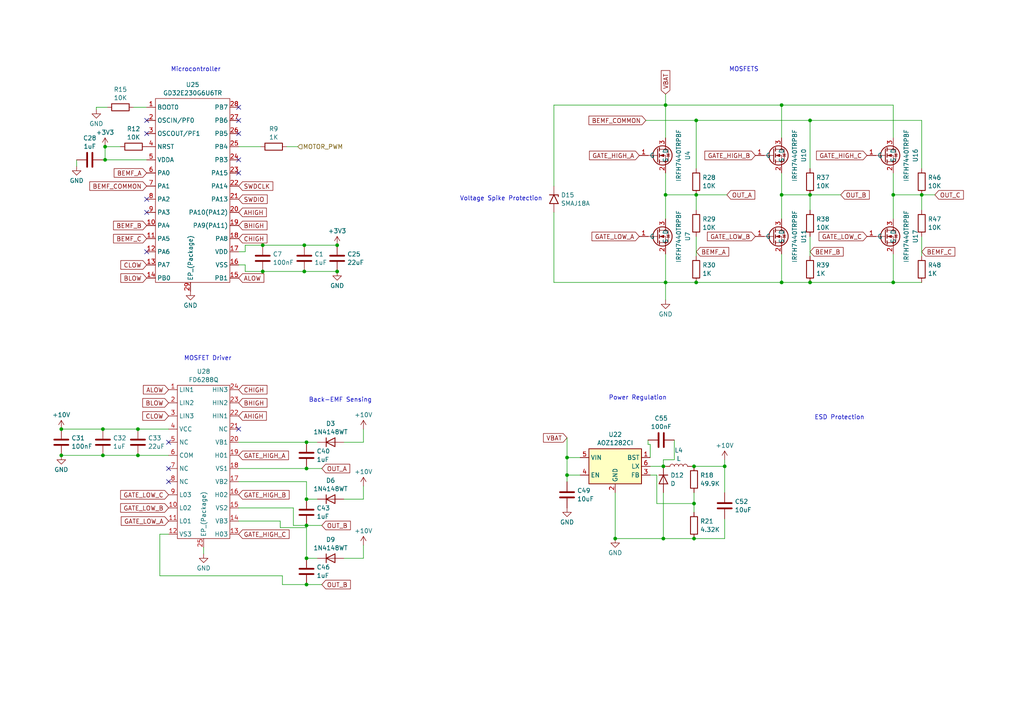
<source format=kicad_sch>
(kicad_sch (version 20230121) (generator eeschema)
  (paper "A4")
  (lib_symbols
    (symbol "Device:C" (pin_numbers hide) (pin_names (offset 0.254))
      (property "Reference" "C" (at 0.635 2.54 0))
      (property "Value" "C" (at 0.635 -2.54 0))
      (symbol "C_0_1"
        (polyline (pts (xy -2.032 -0.762) (xy 2.032 -0.762)) (stroke (width 0.508)))
        (polyline (pts (xy -2.032 0.762) (xy 2.032 0.762)) (stroke (width 0.508)))
      )
      (symbol "C_1_1"
        (pin passive line (at 0 3.81 270) (length 2.794) (name "~") (number "1"))
        (pin passive line (at 0 -3.81 90) (length 2.794) (name "~") (number "2"))
      )
    )
    (symbol "Device:D" (pin_numbers hide) (pin_names (offset 1.016) hide)
      (property "Reference" "D" (at 0 2.54 0))
      (property "Value" "D" (at 0 -2.54 0))
      (symbol "D_0_1"
        (polyline (pts (xy -1.27 1.27) (xy -1.27 -1.27)) (stroke (width 0.254)))
        (polyline (pts (xy 1.27 0) (xy -1.27 0)))
        (polyline (pts (xy 1.27 1.27) (xy 1.27 -1.27) (xy -1.27 0) (xy 1.27 1.27)) (stroke (width 0.254)))
      )
      (symbol "D_1_1"
        (pin passive line (at -3.81 0 0) (length 2.54) (name "K") (number "1"))
        (pin passive line (at 3.81 0 180) (length 2.54) (name "A") (number "2"))
      )
    )
    (symbol "Device:L" (pin_numbers hide) (pin_names (offset 1.016) hide)
      (property "Reference" "L" (at -1.27 0 90))
      (property "Value" "L" (at 1.905 0 90))
      (symbol "L_0_1"
        (arc (start 0 -2.54) (mid 0.6323 -1.905) (end 0 -1.27))
        (arc (start 0 -1.27) (mid 0.6323 -0.635) (end 0 0))
        (arc (start 0 0) (mid 0.6323 0.635) (end 0 1.27))
        (arc (start 0 1.27) (mid 0.6323 1.905) (end 0 2.54))
      )
      (symbol "L_1_1"
        (pin passive line (at 0 3.81 270) (length 1.27) (name "1") (number "1"))
        (pin passive line (at 0 -3.81 90) (length 1.27) (name "2") (number "2"))
      )
    )
    (symbol "Device:R" (pin_numbers hide) (pin_names (offset 0))
      (property "Reference" "R" (at 2.032 0 90))
      (property "Value" "R" (at 0 0 90))
      (symbol "R_0_1"
        (rectangle (start -1.016 -2.54) (end 1.016 2.54) (stroke (width 0.254)))
      )
      (symbol "R_1_1"
        (pin passive line (at 0 3.81 270) (length 1.27) (name "~") (number "1"))
        (pin passive line (at 0 -3.81 90) (length 1.27) (name "~") (number "2"))
      )
    )
    (symbol "Diode:1N4148WT" (pin_numbers hide) (pin_names hide)
      (property "Reference" "D" (at 0 2.54 0))
      (property "Value" "1N4148WT" (at 0 -2.54 0))
      (symbol "1N4148WT_0_1"
        (polyline (pts (xy -1.27 1.27) (xy -1.27 -1.27)) (stroke (width 0.254)))
        (polyline (pts (xy 1.27 0) (xy -1.27 0)))
        (polyline (pts (xy 1.27 1.27) (xy 1.27 -1.27) (xy -1.27 0) (xy 1.27 1.27)) (stroke (width 0.254)))
      )
      (symbol "1N4148WT_1_1"
        (pin passive line (at -3.81 0 0) (length 2.54) (name "K") (number "1"))
        (pin passive line (at 3.81 0 180) (length 2.54) (name "A") (number "2"))
      )
    )
    (symbol "Diode:SMAJ18A" (pin_numbers hide) (pin_names (offset 1.016) hide)
      (property "Reference" "D" (at 0 2.54 0))
      (property "Value" "SMAJ18A" (at 0 -2.54 0))
      (symbol "SMAJ18A_0_1"
        (polyline (pts (xy -0.762 1.27) (xy -1.27 1.27) (xy -1.27 -1.27)) (stroke (width 0.254)))
        (polyline (pts (xy 1.27 1.27) (xy 1.27 -1.27) (xy -1.27 0) (xy 1.27 1.27)) (stroke (width 0.254)))
      )
      (symbol "SMAJ18A_1_1"
        (pin passive line (at -3.81 0 0) (length 2.54) (name "A1") (number "1"))
        (pin passive line (at 3.81 0 180) (length 2.54) (name "A2") (number "2"))
      )
    )
    (symbol "Regulator_Switching:AOZ1282CI"
      (property "Reference" "U" (at -6.35 -6.35 0))
      (property "Value" "AOZ1282CI" (at -2.54 6.35 0))
      (symbol "AOZ1282CI_0_1"
        (rectangle (start -7.62 5.08) (end 7.62 -5.08) (stroke (width 0.254)) (fill (type background)))
      )
      (symbol "AOZ1282CI_1_1"
        (pin input line (at 10.16 2.54 180) (length 2.54) (name "BST") (number "1"))
        (pin power_in line (at 0 -7.62 90) (length 2.54) (name "GND") (number "2"))
        (pin input line (at 10.16 -2.54 180) (length 2.54) (name "FB") (number "3"))
        (pin input line (at -10.16 -2.54 0) (length 2.54) (name "EN") (number "4"))
        (pin power_in line (at -10.16 2.54 0) (length 2.54) (name "VIN") (number "5"))
        (pin power_out line (at 10.16 0 180) (length 2.54) (name "LX") (number "6"))
      )
    )
    (symbol "Sharkbite:FD6288Q"
      (property "Reference" "U" (at -1.27 21.59 0))
      (property "Value" "FD6288Q" (at -10.16 22.86 0))
      (symbol "FD6288Q_0_1"
        (rectangle (start -7.62 20.32) (end 7.62 -24.13))
      )
      (symbol "FD6288Q_1_1"
        (pin input line (at -10.16 19.05 0) (length 2.54) (name "LIN1") (number "1"))
        (pin input line (at -10.16 -15.24 0) (length 2.54) (name "L02") (number "10"))
        (pin input line (at -10.16 -19.05 0) (length 2.54) (name "L01") (number "11"))
        (pin input line (at -10.16 -22.86 0) (length 2.54) (name "VS3") (number "12"))
        (pin input line (at 10.16 -22.86 180) (length 2.54) (name "H03") (number "13"))
        (pin input line (at 10.16 -19.05 180) (length 2.54) (name "VB3") (number "14"))
        (pin input line (at 10.16 -15.24 180) (length 2.54) (name "VS2") (number "15"))
        (pin input line (at 10.16 -11.43 180) (length 2.54) (name "H02") (number "16"))
        (pin input line (at 10.16 -7.62 180) (length 2.54) (name "VB2") (number "17"))
        (pin input line (at 10.16 -3.81 180) (length 2.54) (name "VS1") (number "18"))
        (pin input line (at 10.16 0 180) (length 2.54) (name "H01") (number "19"))
        (pin input line (at -10.16 15.24 0) (length 2.54) (name "LIN2") (number "2"))
        (pin input line (at 10.16 3.81 180) (length 2.54) (name "VB1") (number "20"))
        (pin input line (at 10.16 7.62 180) (length 2.54) (name "NC") (number "21"))
        (pin input line (at 10.16 11.43 180) (length 2.54) (name "HIN1") (number "22"))
        (pin input line (at 10.16 15.24 180) (length 2.54) (name "HIN2") (number "23"))
        (pin input line (at 10.16 19.05 180) (length 2.54) (name "HIN3") (number "24"))
        (pin input line (at 0 -26.67 90) (length 2.54) (name "EP_(Package)") (number "25"))
        (pin input line (at -10.16 11.43 0) (length 2.54) (name "LIN3") (number "3"))
        (pin input line (at -10.16 7.62 0) (length 2.54) (name "VCC") (number "4"))
        (pin input line (at -10.16 3.81 0) (length 2.54) (name "NC") (number "5"))
        (pin input line (at -10.16 0 0) (length 2.54) (name "COM") (number "6"))
        (pin input line (at -10.16 -3.81 0) (length 2.54) (name "NC") (number "7"))
        (pin input line (at -10.16 -7.62 0) (length 2.54) (name "NC") (number "8"))
        (pin input line (at -10.16 -11.43 0) (length 2.54) (name "L03") (number "9"))
      )
    )
    (symbol "Sharkbite:GD32E230G6U6TR"
      (property "Reference" "U" (at 10.16 0 0))
      (property "Value" "GD32E230G6U6TR" (at 0 0 0))
      (symbol "GD32E230G6U6TR_0_1"
        (rectangle (start 0 -1.27) (end 21.59 -54.61))
      )
      (symbol "GD32E230G6U6TR_1_1"
        (pin input line (at -2.54 -3.81 0) (length 2.54) (name "BOOT0") (number "1"))
        (pin input line (at -2.54 -38.1 0) (length 2.54) (name "PA4") (number "10"))
        (pin input line (at -2.54 -41.91 0) (length 2.54) (name "PA5") (number "11"))
        (pin input line (at -2.54 -45.72 0) (length 2.54) (name "PA6") (number "12"))
        (pin input line (at -2.54 -49.53 0) (length 2.54) (name "PA7") (number "13"))
        (pin input line (at -2.54 -53.34 0) (length 2.54) (name "PB0") (number "14"))
        (pin input line (at 24.13 -53.34 180) (length 2.54) (name "PB1") (number "15"))
        (pin input line (at 24.13 -49.53 180) (length 2.54) (name "VSS") (number "16"))
        (pin input line (at 24.13 -45.72 180) (length 2.54) (name "VDD") (number "17"))
        (pin input line (at 24.13 -41.91 180) (length 2.54) (name "PA8") (number "18"))
        (pin input line (at 24.13 -38.1 180) (length 2.54) (name "PA9(PA11)") (number "19"))
        (pin input line (at -2.54 -7.62 0) (length 2.54) (name "OSCIN/PF0") (number "2"))
        (pin input line (at 24.13 -34.29 180) (length 2.54) (name "PA10(PA12)") (number "20"))
        (pin input line (at 24.13 -30.48 180) (length 2.54) (name "PA13") (number "21"))
        (pin input line (at 24.13 -26.67 180) (length 2.54) (name "PA14") (number "22"))
        (pin input line (at 24.13 -22.86 180) (length 2.54) (name "PA15") (number "23"))
        (pin input line (at 24.13 -19.05 180) (length 2.54) (name "PB3") (number "24"))
        (pin input line (at 24.13 -15.24 180) (length 2.54) (name "PB4") (number "25"))
        (pin input line (at 24.13 -11.43 180) (length 2.54) (name "PB5") (number "26"))
        (pin input line (at 24.13 -7.62 180) (length 2.54) (name "PB6") (number "27"))
        (pin input line (at 24.13 -3.81 180) (length 2.54) (name "PB7") (number "28"))
        (pin input line (at 10.16 -57.15 90) (length 2.54) (name "EP_(Package)") (number "29"))
        (pin input line (at -2.54 -11.43 0) (length 2.54) (name "OSCOUT/PF1") (number "3"))
        (pin input line (at -2.54 -15.24 0) (length 2.54) (name "NRST") (number "4"))
        (pin input line (at -2.54 -19.05 0) (length 2.54) (name "VDDA") (number "5"))
        (pin input line (at -2.54 -22.86 0) (length 2.54) (name "PA0") (number "6"))
        (pin input line (at -2.54 -26.67 0) (length 2.54) (name "PA1") (number "7"))
        (pin input line (at -2.54 -30.48 0) (length 2.54) (name "PA2") (number "8"))
        (pin input line (at -2.54 -34.29 0) (length 2.54) (name "PA3") (number "9"))
      )
    )
    (symbol "Sharkbite:IRFH7440TRPBF_Power_MOSFET"
      (property "Reference" "U" (at 3.81 -3.81 0))
      (symbol "IRFH7440TRPBF_Power_MOSFET_0_1"
        (polyline (pts (xy 1.27 -7.62) (xy 2.032 -7.62)))
        (polyline (pts (xy 1.524 -9.398) (xy 2.54 -9.398)) (stroke (width 0.254)))
        (polyline (pts (xy 1.905 -9.906) (xy 5.715 -9.906)) (stroke (width 0.254)))
        (polyline (pts (xy 3.302 -9.398) (xy 4.318 -9.398)) (stroke (width 0.254)))
        (polyline (pts (xy 3.81 -9.906) (xy 3.81 -12.7)))
        (polyline (pts (xy 5.08 -9.398) (xy 6.096 -9.398)) (stroke (width 0.254)))
        (polyline (pts (xy 6.35 -7.62) (xy 3.81 -7.62) (xy 3.81 -9.398)))
        (polyline (pts (xy 3.302 -7.366) (xy 3.429 -7.239) (xy 3.429 -6.477) (xy 3.556 -6.35)))
        (polyline (pts (xy 3.429 -6.858) (xy 4.064 -7.239) (xy 4.064 -6.477) (xy 3.429 -6.858)))
        (polyline (pts (xy 3.81 -9.144) (xy 3.429 -8.128) (xy 4.191 -8.128) (xy 3.81 -9.144)) (fill (type outline)))
        (polyline (pts (xy 5.588 -9.398) (xy 5.588 -6.858) (xy 2.032 -6.858) (xy 2.032 -9.398)))
        (circle (center 2.032 -7.62) (radius 0.254) (fill (type outline)))
        (circle (center 3.81 -8.509) (radius 2.794) (stroke (width 0.254)))
        (circle (center 5.588 -7.62) (radius 0.254) (fill (type outline)))
      )
      (symbol "IRFH7440TRPBF_Power_MOSFET_1_1"
        (pin input line (at 3.81 -15.24 90) (length 2.54) (name "G") (number "1"))
        (pin passive line (at 8.89 -7.62 180) (length 2.54) (name "S") (number "2"))
        (pin passive line (at -1.27 -7.62 0) (length 2.54) (name "D") (number "3"))
      )
    )
    (symbol "power:+10V" (power) (pin_names (offset 0))
      (property "Value" "+10V" (at 0 3.556 0))
      (symbol "+10V_0_1"
        (polyline (pts (xy -0.762 1.27) (xy 0 2.54)))
        (polyline (pts (xy 0 0) (xy 0 2.54)))
        (polyline (pts (xy 0 2.54) (xy 0.762 1.27)))
      )
      (symbol "+10V_1_1"
        (pin power_in line (at 0 0 90) (length 0) hide (name "+10V") (number "1"))
      )
    )
    (symbol "power:+3V3" (power) (pin_names (offset 0))
      (property "Value" "+3V3" (at 0 3.556 0))
      (symbol "+3V3_0_1"
        (polyline (pts (xy -0.762 1.27) (xy 0 2.54)))
        (polyline (pts (xy 0 0) (xy 0 2.54)))
        (polyline (pts (xy 0 2.54) (xy 0.762 1.27)))
      )
      (symbol "+3V3_1_1"
        (pin power_in line (at 0 0 90) (length 0) hide (name "+3V3") (number "1"))
      )
    )
    (symbol "power:GND" (power) (pin_names (offset 0))
      (property "Value" "GND" (at 0 -3.81 0))
      (symbol "GND_0_1"
        (polyline (pts (xy 0 0) (xy 0 -1.27) (xy 1.27 -1.27) (xy 0 -2.54) (xy -1.27 -1.27) (xy 0 -1.27)))
      )
      (symbol "GND_1_1"
        (pin power_in line (at 0 0 270) (length 0) hide (name "GND") (number "1"))
      )
    )
  )
  (junction (at 234.95 81.915))
  (junction (at 88.9 135.89))
  (junction (at 178.435 156.21))
  (junction (at 30.48 42.545))
  (junction (at 201.93 34.925))
  (junction (at 192.405 156.21))
  (junction (at 88.9 169.545))
  (junction (at 267.335 56.515))
  (junction (at 210.185 135.255))
  (junction (at 88.9 152.4))
  (junction (at 97.79 78.74))
  (junction (at 76.2 71.12))
  (junction (at 192.405 135.255))
  (junction (at 88.9 144.78))
  (junction (at 88.9 128.27))
  (junction (at 226.695 56.515))
  (junction (at 17.78 124.46))
  (junction (at 201.93 56.515))
  (junction (at 234.95 34.925))
  (junction (at 17.78 132.08))
  (junction (at 259.08 56.515))
  (junction (at 164.465 137.795))
  (junction (at 201.295 156.21))
  (junction (at 226.695 81.915))
  (junction (at 193.04 30.48))
  (junction (at 201.295 135.255))
  (junction (at 88.265 78.74))
  (junction (at 40.005 124.46))
  (junction (at 234.95 56.515))
  (junction (at 201.295 146.05))
  (junction (at 30.48 46.355))
  (junction (at 164.465 132.715))
  (junction (at 40.005 132.08))
  (junction (at 29.845 124.46))
  (junction (at 201.93 81.915))
  (junction (at 88.9 161.925))
  (junction (at 193.04 81.915))
  (junction (at 76.2 78.74))
  (junction (at 97.79 71.12))
  (junction (at 29.845 132.08))
  (junction (at 193.04 56.515))
  (junction (at 226.695 30.48))
  (junction (at 259.08 81.915))
  (junction (at 88.265 71.12))
  (no_connect (at 69.215 38.735))
  (no_connect (at 69.215 124.46))
  (no_connect (at 42.545 73.025))
  (no_connect (at 48.895 135.89))
  (no_connect (at 69.215 46.355))
  (no_connect (at 42.545 38.735))
  (no_connect (at 42.545 34.925))
  (no_connect (at 42.545 57.785))
  (no_connect (at 48.895 139.7))
  (no_connect (at 69.215 50.165))
  (no_connect (at 48.895 128.27))
  (no_connect (at 69.215 34.925))
  (no_connect (at 42.545 61.595))
  (no_connect (at 69.215 31.115))
  (wire (pts (xy 30.48 42.545) (xy 34.925 42.545)))
  (wire (pts (xy 71.12 73.025) (xy 71.12 71.12)))
  (wire (pts (xy 201.93 56.515) (xy 201.93 60.96)))
  (wire (pts (xy 88.9 139.7) (xy 69.215 139.7)))
  (wire (pts (xy 69.215 73.025) (xy 71.12 73.025)))
  (wire (pts (xy 71.12 71.12) (xy 76.2 71.12)))
  (wire (pts (xy 259.08 56.515) (xy 267.335 56.515)))
  (wire (pts (xy 210.185 156.21) (xy 210.185 150.495)))
  (wire (pts (xy 210.185 135.255) (xy 210.185 142.875)))
  (wire (pts (xy 201.295 135.255) (xy 210.185 135.255)))
  (wire (pts (xy 81.915 169.545) (xy 81.915 167.005)))
  (wire (pts (xy 164.465 132.715) (xy 168.275 132.715)))
  (wire (pts (xy 192.405 135.255) (xy 193.04 135.255)))
  (wire (pts (xy 188.595 135.255) (xy 192.405 135.255)))
  (wire (pts (xy 234.95 56.515) (xy 234.95 60.96)))
  (wire (pts (xy 164.465 132.715) (xy 164.465 137.795)))
  (wire (pts (xy 193.04 30.48) (xy 193.04 40.005)))
  (wire (pts (xy 76.2 78.74) (xy 88.265 78.74)))
  (wire (pts (xy 88.9 152.4) (xy 93.345 152.4)))
  (wire (pts (xy 201.295 146.05) (xy 190.5 146.05)))
  (wire (pts (xy 178.435 142.875) (xy 178.435 156.21)))
  (wire (pts (xy 29.845 124.46) (xy 40.005 124.46)))
  (wire (pts (xy 259.08 81.915) (xy 259.08 73.66)))
  (wire (pts (xy 188.595 128.905) (xy 187.96 128.905)))
  (wire (pts (xy 234.95 81.915) (xy 259.08 81.915)))
  (wire (pts (xy 88.9 144.78) (xy 92.075 144.78)))
  (wire (pts (xy 88.265 71.12) (xy 97.79 71.12)))
  (wire (pts (xy 226.695 30.48) (xy 259.08 30.48)))
  (wire (pts (xy 71.12 76.835) (xy 71.12 78.74)))
  (wire (pts (xy 234.95 34.925) (xy 234.95 48.895)))
  (wire (pts (xy 200.66 135.255) (xy 201.295 135.255)))
  (wire (pts (xy 267.335 34.925) (xy 267.335 48.895)))
  (wire (pts (xy 178.435 156.21) (xy 192.405 156.21)))
  (wire (pts (xy 160.655 61.595) (xy 160.655 81.915)))
  (wire (pts (xy 193.04 73.66) (xy 193.04 81.915)))
  (wire (pts (xy 193.04 50.165) (xy 193.04 56.515)))
  (wire (pts (xy 86.36 42.545) (xy 83.185 42.545)))
  (wire (pts (xy 201.93 34.925) (xy 201.93 48.895)))
  (wire (pts (xy 259.08 50.165) (xy 259.08 56.515)))
  (wire (pts (xy 40.005 124.46) (xy 48.895 124.46)))
  (wire (pts (xy 164.465 137.795) (xy 164.465 139.7)))
  (wire (pts (xy 29.845 132.08) (xy 40.005 132.08)))
  (wire (pts (xy 88.9 161.925) (xy 92.075 161.925)))
  (wire (pts (xy 188.595 132.715) (xy 188.595 128.905)))
  (wire (pts (xy 27.94 31.115) (xy 27.94 31.75)))
  (wire (pts (xy 81.915 167.005) (xy 46.355 167.005)))
  (wire (pts (xy 69.215 128.27) (xy 88.9 128.27)))
  (wire (pts (xy 234.95 68.58) (xy 234.95 74.295)))
  (wire (pts (xy 46.355 154.94) (xy 48.895 154.94)))
  (wire (pts (xy 160.655 81.915) (xy 193.04 81.915)))
  (wire (pts (xy 88.9 152.4) (xy 85.09 152.4)))
  (wire (pts (xy 69.215 76.835) (xy 71.12 76.835)))
  (wire (pts (xy 226.695 56.515) (xy 234.95 56.515)))
  (wire (pts (xy 105.41 158.115) (xy 105.41 161.925)))
  (wire (pts (xy 201.93 56.515) (xy 210.82 56.515)))
  (wire (pts (xy 88.9 153.035) (xy 81.28 153.035)))
  (wire (pts (xy 267.335 56.515) (xy 267.335 60.96)))
  (wire (pts (xy 267.335 68.58) (xy 267.335 74.295)))
  (wire (pts (xy 88.9 169.545) (xy 93.345 169.545)))
  (wire (pts (xy 30.48 46.355) (xy 42.545 46.355)))
  (wire (pts (xy 192.405 142.875) (xy 192.405 156.21)))
  (wire (pts (xy 22.225 46.355) (xy 22.225 48.26)))
  (wire (pts (xy 160.655 30.48) (xy 160.655 53.975)))
  (wire (pts (xy 164.465 127) (xy 164.465 132.715)))
  (wire (pts (xy 105.41 144.78) (xy 99.695 144.78)))
  (wire (pts (xy 81.28 153.035) (xy 81.28 151.13)))
  (wire (pts (xy 88.265 78.74) (xy 97.79 78.74)))
  (wire (pts (xy 210.185 133.35) (xy 210.185 135.255)))
  (wire (pts (xy 105.41 161.925) (xy 99.695 161.925)))
  (wire (pts (xy 88.9 161.925) (xy 88.9 153.035)))
  (wire (pts (xy 192.405 133.35) (xy 192.405 135.255)))
  (wire (pts (xy 193.04 30.48) (xy 226.695 30.48)))
  (wire (pts (xy 85.09 147.32) (xy 69.215 147.32)))
  (wire (pts (xy 226.695 56.515) (xy 226.695 63.5)))
  (wire (pts (xy 59.055 158.75) (xy 59.055 160.655)))
  (wire (pts (xy 105.41 124.46) (xy 105.41 128.27)))
  (wire (pts (xy 259.08 30.48) (xy 259.08 40.005)))
  (wire (pts (xy 38.735 31.115) (xy 42.545 31.115)))
  (wire (pts (xy 190.5 137.795) (xy 188.595 137.795)))
  (wire (pts (xy 193.04 27.305) (xy 193.04 30.48)))
  (wire (pts (xy 88.9 128.27) (xy 92.075 128.27)))
  (wire (pts (xy 31.115 31.115) (xy 27.94 31.115)))
  (wire (pts (xy 195.58 133.35) (xy 192.405 133.35)))
  (wire (pts (xy 201.93 68.58) (xy 201.93 74.295)))
  (wire (pts (xy 85.09 152.4) (xy 85.09 147.32)))
  (wire (pts (xy 40.005 132.08) (xy 48.895 132.08)))
  (wire (pts (xy 190.5 146.05) (xy 190.5 137.795)))
  (wire (pts (xy 259.08 81.915) (xy 267.335 81.915)))
  (wire (pts (xy 193.04 81.915) (xy 193.04 86.995)))
  (wire (pts (xy 29.845 46.355) (xy 30.48 46.355)))
  (wire (pts (xy 105.41 128.27) (xy 99.695 128.27)))
  (wire (pts (xy 259.08 56.515) (xy 259.08 63.5)))
  (wire (pts (xy 69.215 135.89) (xy 88.9 135.89)))
  (wire (pts (xy 193.04 81.915) (xy 201.93 81.915)))
  (wire (pts (xy 226.695 30.48) (xy 226.695 40.005)))
  (wire (pts (xy 17.78 132.08) (xy 29.845 132.08)))
  (wire (pts (xy 17.78 124.46) (xy 29.845 124.46)))
  (wire (pts (xy 164.465 137.795) (xy 168.275 137.795)))
  (wire (pts (xy 201.93 81.915) (xy 226.695 81.915)))
  (wire (pts (xy 46.355 167.005) (xy 46.355 154.94)))
  (wire (pts (xy 30.48 42.545) (xy 30.48 46.355)))
  (wire (pts (xy 226.695 81.915) (xy 234.95 81.915)))
  (wire (pts (xy 69.215 42.545) (xy 75.565 42.545)))
  (wire (pts (xy 193.04 56.515) (xy 193.04 63.5)))
  (wire (pts (xy 105.41 140.97) (xy 105.41 144.78)))
  (wire (pts (xy 88.9 144.78) (xy 88.9 139.7)))
  (wire (pts (xy 226.695 50.165) (xy 226.695 56.515)))
  (wire (pts (xy 193.04 56.515) (xy 201.93 56.515)))
  (wire (pts (xy 187.325 34.925) (xy 201.93 34.925)))
  (wire (pts (xy 201.295 156.21) (xy 210.185 156.21)))
  (wire (pts (xy 76.2 71.12) (xy 88.265 71.12)))
  (wire (pts (xy 226.695 81.915) (xy 226.695 73.66)))
  (wire (pts (xy 234.95 34.925) (xy 267.335 34.925)))
  (wire (pts (xy 88.9 135.89) (xy 93.345 135.89)))
  (wire (pts (xy 71.12 78.74) (xy 76.2 78.74)))
  (wire (pts (xy 81.28 151.13) (xy 69.215 151.13)))
  (wire (pts (xy 193.04 30.48) (xy 160.655 30.48)))
  (wire (pts (xy 234.95 56.515) (xy 243.84 56.515)))
  (wire (pts (xy 192.405 156.21) (xy 201.295 156.21)))
  (wire (pts (xy 195.58 127.635) (xy 195.58 133.35)))
  (wire (pts (xy 267.335 56.515) (xy 271.145 56.515)))
  (wire (pts (xy 88.9 169.545) (xy 81.915 169.545)))
  (wire (pts (xy 201.295 142.875) (xy 201.295 146.05)))
  (wire (pts (xy 201.93 34.925) (xy 234.95 34.925)))
  (wire (pts (xy 187.96 127.635) (xy 187.96 128.905)))
  (wire (pts (xy 201.295 146.05) (xy 201.295 148.59)))
  (text "Back-EMF Sensing\n" (at 89.535 116.84 0) (effects (font (size 1.27 1.27)) (justify left bottom)))
  (text "Power Regulation\n" (at 176.53 116.205 0) (effects (font (size 1.27 1.27)) (justify left bottom)))
  (text "MOSFET Driver" (at 53.34 104.775 0) (effects (font (size 1.27 1.27)) (justify left bottom)))
  (text "Voltage Spike Protection\n" (at 133.35 58.42 0) (effects (font (size 1.27 1.27)) (justify left bottom)))
  (text "MOSFETS" (at 211.455 20.955 0) (effects (font (size 1.27 1.27)) (justify left bottom)))
  (text "Microcontroller\n" (at 49.53 20.955 0) (effects (font (size 1.27 1.27)) (justify left bottom)))
  (text "ESD Protection\n" (at 236.22 121.92 0) (effects (font (size 1.27 1.27)) (justify left bottom)))
  (global_label "CHIGH" (shape input) (at 69.215 69.215 0) (property "Intersheetrefs" "${INTERSHEET_REFS}" (effects hide)))
  (global_label "GATE_HIGH_C" (shape input) (at 69.215 154.94 0) (property "Intersheetrefs" "${INTERSHEET_REFS}" (effects hide)))
  (global_label "GATE_HIGH_B" (shape input) (at 219.075 45.085 180) (property "Intersheetrefs" "${INTERSHEET_REFS}" (effects hide)))
  (global_label "GATE_LOW_B" (shape input) (at 48.895 147.32 180) (property "Intersheetrefs" "${INTERSHEET_REFS}" (effects hide)))
  (global_label "OUT_C" (shape input) (at 271.145 56.515 0) (property "Intersheetrefs" "${INTERSHEET_REFS}" (effects hide)))
  (global_label "AHIGH" (shape input) (at 69.215 61.595 0) (property "Intersheetrefs" "${INTERSHEET_REFS}" (effects hide)))
  (global_label "BEMF_COMMON" (shape input) (at 187.325 34.925 180) (property "Intersheetrefs" "${INTERSHEET_REFS}" (effects hide)))
  (global_label "ALOW" (shape input) (at 69.215 80.645 0) (property "Intersheetrefs" "${INTERSHEET_REFS}" (effects hide)))
  (global_label "OUT_B" (shape input) (at 93.345 169.545 0) (property "Intersheetrefs" "${INTERSHEET_REFS}" (effects hide)))
  (global_label "GATE_HIGH_A" (shape input) (at 69.215 132.08 0) (property "Intersheetrefs" "${INTERSHEET_REFS}" (effects hide)))
  (global_label "OUT_B" (shape input) (at 243.84 56.515 0) (property "Intersheetrefs" "${INTERSHEET_REFS}" (effects hide)))
  (global_label "BHIGH" (shape input) (at 69.215 116.84 0) (property "Intersheetrefs" "${INTERSHEET_REFS}" (effects hide)))
  (global_label "BEMF_A" (shape input) (at 42.545 50.165 180) (property "Intersheetrefs" "${INTERSHEET_REFS}" (effects hide)))
  (global_label "GATE_LOW_A" (shape input) (at 185.42 68.58 180) (property "Intersheetrefs" "${INTERSHEET_REFS}" (effects hide)))
  (global_label "BEMF_A" (shape input) (at 201.93 73.025 0) (property "Intersheetrefs" "${INTERSHEET_REFS}" (effects hide)))
  (global_label "GATE_HIGH_A" (shape input) (at 185.42 45.085 180) (property "Intersheetrefs" "${INTERSHEET_REFS}" (effects hide)))
  (global_label "AHIGH" (shape input) (at 69.215 120.65 0) (property "Intersheetrefs" "${INTERSHEET_REFS}" (effects hide)))
  (global_label "BEMF_C" (shape input) (at 42.545 69.215 180) (property "Intersheetrefs" "${INTERSHEET_REFS}" (effects hide)))
  (global_label "VBAT" (shape input) (at 193.04 27.305 90) (property "Intersheetrefs" "${INTERSHEET_REFS}" (effects hide)))
  (global_label "ALOW" (shape input) (at 48.895 113.03 180) (property "Intersheetrefs" "${INTERSHEET_REFS}" (effects hide)))
  (global_label "BEMF_C" (shape input) (at 267.335 73.025 0) (property "Intersheetrefs" "${INTERSHEET_REFS}" (effects hide)))
  (global_label "BEMF_B" (shape input) (at 42.545 65.405 180) (property "Intersheetrefs" "${INTERSHEET_REFS}" (effects hide)))
  (global_label "SWDCLK" (shape input) (at 69.215 53.975 0) (property "Intersheetrefs" "${INTERSHEET_REFS}" (effects hide)))
  (global_label "GATE_LOW_B" (shape input) (at 219.075 68.58 180) (property "Intersheetrefs" "${INTERSHEET_REFS}" (effects hide)))
  (global_label "GATE_HIGH_B" (shape input) (at 69.215 143.51 0) (property "Intersheetrefs" "${INTERSHEET_REFS}" (effects hide)))
  (global_label "OUT_B" (shape input) (at 93.345 152.4 0) (property "Intersheetrefs" "${INTERSHEET_REFS}" (effects hide)))
  (global_label "GATE_LOW_A" (shape input) (at 48.895 151.13 180) (property "Intersheetrefs" "${INTERSHEET_REFS}" (effects hide)))
  (global_label "CLOW" (shape input) (at 48.895 120.65 180) (property "Intersheetrefs" "${INTERSHEET_REFS}" (effects hide)))
  (global_label "BHIGH" (shape input) (at 69.215 65.405 0) (property "Intersheetrefs" "${INTERSHEET_REFS}" (effects hide)))
  (global_label "BLOW" (shape input) (at 42.545 80.645 180) (property "Intersheetrefs" "${INTERSHEET_REFS}" (effects hide)))
  (global_label "CHIGH" (shape input) (at 69.215 113.03 0) (property "Intersheetrefs" "${INTERSHEET_REFS}" (effects hide)))
  (global_label "SWDIO" (shape input) (at 69.215 57.785 0) (property "Intersheetrefs" "${INTERSHEET_REFS}" (effects hide)))
  (global_label "CLOW" (shape input) (at 42.545 76.835 180) (property "Intersheetrefs" "${INTERSHEET_REFS}" (effects hide)))
  (global_label "BLOW" (shape input) (at 48.895 116.84 180) (property "Intersheetrefs" "${INTERSHEET_REFS}" (effects hide)))
  (global_label "VBAT" (shape input) (at 164.465 127 180) (property "Intersheetrefs" "${INTERSHEET_REFS}" (effects hide)))
  (global_label "GATE_LOW_C" (shape input) (at 48.895 143.51 180) (property "Intersheetrefs" "${INTERSHEET_REFS}" (effects hide)))
  (global_label "BEMF_B" (shape input) (at 234.95 73.025 0) (property "Intersheetrefs" "${INTERSHEET_REFS}" (effects hide)))
  (global_label "OUT_A" (shape input) (at 210.82 56.515 0) (property "Intersheetrefs" "${INTERSHEET_REFS}" (effects hide)))
  (global_label "BEMF_COMMON" (shape input) (at 42.545 53.975 180) (property "Intersheetrefs" "${INTERSHEET_REFS}" (effects hide)))
  (global_label "GATE_HIGH_C" (shape input) (at 251.46 45.085 180) (property "Intersheetrefs" "${INTERSHEET_REFS}" (effects hide)))
  (global_label "GATE_LOW_C" (shape input) (at 251.46 68.58 180) (property "Intersheetrefs" "${INTERSHEET_REFS}" (effects hide)))
  (global_label "OUT_A" (shape input) (at 93.345 135.89 0) (property "Intersheetrefs" "${INTERSHEET_REFS}" (effects hide)))
  (hierarchical_label "MOTOR_PWM" (shape input) (at 86.36 42.545 0))
  (symbol (lib_id "power:+10V") (at 105.41 124.46 0) (unit 1)
    (property "Reference" "#PWR043" (effects hide))
    (property "Value" "+10V" (at 105.41 120.3269 0))
    (instances (project "malenki-hv" (path "" (reference "#PWR043") (unit 1)) (path "" (reference "#PWR044") (unit 1)) (path "" (reference "#PWR045") (unit 1))))
  )
  (symbol (lib_id "Device:C") (at 88.9 132.08 0) (unit 1)
    (property "Reference" "C40" (at 91.821 130.8679 0) (effects (justify left)))
    (property "Value" "1uF" (at 91.821 133.2921 0) (effects (justify left)))
    (instances (project "malenki-hv" (path "" (reference "C40") (unit 1)) (path "" (reference "C41") (unit 1)) (path "" (reference "C42") (unit 1))))
  )
  (symbol (lib_id "Device:R") (at 201.93 64.77 0) (unit 1)
    (property "Reference" "R29" (at 203.708 63.5579 0) (effects (justify left)))
    (property "Value" "10K" (at 203.708 65.9821 0) (effects (justify left)))
    (instances (project "malenki-hv" (path "" (reference "R29") (unit 1)) (path "" (reference "R32") (unit 1)) (path "" (reference "R35") (unit 1))))
  )
  (symbol (lib_id "Sharkbite:IRFH7440TRPBF_Power_MOSFET") (at 200.66 64.77 270) (unit 1)
    (property "Reference" "U7" (at 199.4647 68.58 0))
    (property "Value" "IRFH7440TRPBF" (at 196.85 68.58 0))
    (instances (project "malenki-hv" (path "" (reference "U7") (unit 1)) (path "" (reference "U8") (unit 1)) (path "" (reference "U9") (unit 1))))
  )
  (symbol (lib_id "Device:R") (at 201.295 152.4 0) (unit 1)
    (property "Reference" "R21" (at 203.073 151.1879 0) (effects (justify left)))
    (property "Value" "4.32K" (at 203.073 153.6121 0) (effects (justify left)))
    (instances (project "malenki-hv" (path "" (reference "R21") (unit 1)) (path "" (reference "R22") (unit 1)) (path "" (reference "R23") (unit 1))))
  )
  (symbol (lib_id "Sharkbite:IRFH7440TRPBF_Power_MOSFET") (at 266.7 64.77 270) (unit 1)
    (property "Reference" "U17" (at 265.5047 68.58 0))
    (property "Value" "IRFH7440TRPBF" (at 262.89 68.58 0))
    (instances (project "malenki-hv" (path "" (reference "U17") (unit 1)) (path "" (reference "U19") (unit 1)) (path "" (reference "U21") (unit 1))))
  )
  (symbol (lib_id "Device:R") (at 201.93 78.105 0) (unit 1)
    (property "Reference" "R30" (at 203.708 76.8929 0) (effects (justify left)))
    (property "Value" "1K" (at 203.708 79.3171 0) (effects (justify left)))
    (instances (project "malenki-hv" (path "" (reference "R30") (unit 1)) (path "" (reference "R33") (unit 1)) (path "" (reference "R36") (unit 1))))
  )
  (symbol (lib_id "Device:C") (at 164.465 143.51 0) (unit 1)
    (property "Reference" "C49" (at 167.386 142.2979 0) (effects (justify left)))
    (property "Value" "10uF" (at 167.386 144.7221 0) (effects (justify left)))
    (instances (project "malenki-hv" (path "" (reference "C49") (unit 1)) (path "" (reference "C50") (unit 1)) (path "" (reference "C51") (unit 1))))
  )
  (symbol (lib_id "power:+10V") (at 105.41 140.97 0) (unit 1)
    (property "Reference" "#PWR055" (effects hide))
    (property "Value" "+10V" (at 105.41 136.8369 0))
    (instances (project "malenki-hv" (path "" (reference "#PWR055") (unit 1)) (path "" (reference "#PWR056") (unit 1)) (path "" (reference "#PWR057") (unit 1))))
  )
  (symbol (lib_id "power:+10V") (at 210.185 133.35 0) (unit 1)
    (property "Reference" "#PWR067" (effects hide))
    (property "Value" "+10V" (at 210.185 129.2169 0))
    (instances (project "malenki-hv" (path "" (reference "#PWR067") (unit 1)) (path "" (reference "#PWR068") (unit 1)) (path "" (reference "#PWR069") (unit 1))))
  )
  (symbol (lib_id "Sharkbite:IRFH7440TRPBF_Power_MOSFET") (at 234.315 41.275 270) (unit 1)
    (property "Reference" "U10" (at 233.1197 45.085 0))
    (property "Value" "IRFH7440TRPBF" (at 230.505 45.085 0))
    (instances (project "malenki-hv" (path "" (reference "U10") (unit 1)) (path "" (reference "U12") (unit 1)) (path "" (reference "U14") (unit 1))))
  )
  (symbol (lib_id "Sharkbite:IRFH7440TRPBF_Power_MOSFET") (at 200.66 41.275 270) (unit 1)
    (property "Reference" "U4" (at 199.4647 45.085 0))
    (property "Value" "IRFH7440TRPBF" (at 196.85 45.085 0))
    (instances (project "malenki-hv" (path "" (reference "U4") (unit 1)) (path "" (reference "U5") (unit 1)) (path "" (reference "U6") (unit 1))))
  )
  (symbol (lib_id "Device:C") (at 29.845 128.27 180) (unit 1)
    (property "Reference" "C32" (at 32.766 127.0579 0) (effects (justify right)))
    (property "Value" "1uF" (at 32.766 129.4821 0) (effects (justify right)))
    (instances (project "malenki-hv" (path "" (reference "C32") (unit 1)) (path "" (reference "C35") (unit 1)) (path "" (reference "C38") (unit 1))))
  )
  (symbol (lib_id "Device:R") (at 267.335 52.705 0) (unit 1)
    (property "Reference" "R46" (at 269.113 51.4929 0) (effects (justify left)))
    (property "Value" "10K" (at 269.113 53.9171 0) (effects (justify left)))
    (instances (project "malenki-hv" (path "" (reference "R46") (unit 1)) (path "" (reference "R49") (unit 1)) (path "" (reference "R52") (unit 1))))
  )
  (symbol (lib_id "power:GND") (at 97.79 78.74 0) (unit 1)
    (property "Reference" "#PWR027" (effects hide))
    (property "Value" "GND" (at 97.79 82.8731 0))
    (instances (project "malenki-hv" (path "" (reference "#PWR027") (unit 1)) (path "" (reference "#PWR028") (unit 1)) (path "" (reference "#PWR029") (unit 1))))
  )
  (symbol (lib_id "Diode:1N4148WT") (at 95.885 161.925 0) (unit 1)
    (property "Reference" "D9" (at 95.885 156.5107 0))
    (property "Value" "1N4148WT" (at 95.885 158.9349 0))
    (property "Footprint" "Diode_SMD:D_SOD-523" (effects hide))
    (property "Datasheet" "https://www.diodes.com/assets/Datasheets/ds30396.pdf" (effects hide))
    (property "Sim.Device" "D" (effects hide))
    (property "Sim.Pins" "1=K 2=A" (effects hide))
    (instances (project "malenki-hv" (path "" (reference "D9") (unit 1)) (path "" (reference "D10") (unit 1)) (path "" (reference "D11") (unit 1))))
  )
  (symbol (lib_id "Device:C") (at 17.78 128.27 180) (unit 1)
    (property "Reference" "C31" (at 20.701 127.0579 0) (effects (justify right)))
    (property "Value" "100nF" (at 20.701 129.4821 0) (effects (justify right)))
    (instances (project "malenki-hv" (path "" (reference "C31") (unit 1)) (path "" (reference "C34") (unit 1)) (path "" (reference "C37") (unit 1))))
  )
  (symbol (lib_id "Device:R") (at 234.95 64.77 0) (unit 1)
    (property "Reference" "R38" (at 236.728 63.5579 0) (effects (justify left)))
    (property "Value" "10K" (at 236.728 65.9821 0) (effects (justify left)))
    (instances (project "malenki-hv" (path "" (reference "R38") (unit 1)) (path "" (reference "R41") (unit 1)) (path "" (reference "R44") (unit 1))))
  )
  (symbol (lib_id "Device:C") (at 26.035 46.355 270) (unit 1)
    (property "Reference" "C28" (at 26.035 40.0517 90))
    (property "Value" "1uF" (at 26.035 42.4759 90))
    (instances (project "malenki-hv" (path "" (reference "C28") (unit 1)) (path "" (reference "C29") (unit 1)) (path "" (reference "C30") (unit 1))))
  )
  (symbol (lib_id "power:GND") (at 22.225 48.26 0) (unit 1)
    (property "Reference" "#PWR034" (effects hide))
    (property "Value" "GND" (at 22.225 52.3931 0))
    (instances (project "malenki-hv" (path "" (reference "#PWR034") (unit 1)) (path "" (reference "#PWR035") (unit 1)) (path "" (reference "#PWR036") (unit 1))))
  )
  (symbol (lib_id "power:+3V3") (at 30.48 42.545 0) (unit 1)
    (property "Reference" "#PWR037" (effects hide))
    (property "Value" "+3V3" (at 30.48 38.4119 0))
    (instances (project "malenki-hv" (path "" (reference "#PWR037") (unit 1)) (path "" (reference "#PWR038") (unit 1)) (path "" (reference "#PWR039") (unit 1))))
  )
  (symbol (lib_id "Device:R") (at 79.375 42.545 90) (unit 1)
    (property "Reference" "R9" (at 79.375 37.3847 90))
    (property "Value" "1K" (at 79.375 39.8089 90))
    (instances (project "malenki-hv" (path "" (reference "R9") (unit 1)) (path "" (reference "R10") (unit 1)) (path "" (reference "R11") (unit 1))))
  )
  (symbol (lib_id "Device:C") (at 88.9 165.735 0) (unit 1)
    (property "Reference" "C46" (at 91.821 164.5229 0) (effects (justify left)))
    (property "Value" "1uF" (at 91.821 166.9471 0) (effects (justify left)))
    (instances (project "malenki-hv" (path "" (reference "C46") (unit 1)) (path "" (reference "C47") (unit 1)) (path "" (reference "C48") (unit 1))))
  )
  (symbol (lib_id "Device:C") (at 88.265 74.93 180) (unit 1)
    (property "Reference" "C1" (at 91.186 73.7179 0) (effects (justify right)))
    (property "Value" "1uF" (at 91.186 76.1421 0) (effects (justify right)))
    (instances (project "malenki-hv" (path "" (reference "C1") (unit 1)) (path "" (reference "C5") (unit 1)) (path "" (reference "C6") (unit 1))))
  )
  (symbol (lib_id "power:GND") (at 178.435 156.21 0) (unit 1)
    (property "Reference" "#PWR061" (effects hide))
    (property "Value" "GND" (at 178.435 160.3431 0))
    (instances (project "malenki-hv" (path "" (reference "#PWR061") (unit 1)) (path "" (reference "#PWR062") (unit 1)) (path "" (reference "#PWR063") (unit 1))))
  )
  (symbol (lib_id "power:+10V") (at 105.41 158.115 0) (unit 1)
    (property "Reference" "#PWR058" (effects hide))
    (property "Value" "+10V" (at 105.41 153.9819 0))
    (instances (project "malenki-hv" (path "" (reference "#PWR058") (unit 1)) (path "" (reference "#PWR059") (unit 1)) (path "" (reference "#PWR060") (unit 1))))
  )
  (symbol (lib_id "Device:R") (at 267.335 78.105 0) (unit 1)
    (property "Reference" "R48" (at 269.113 76.8929 0) (effects (justify left)))
    (property "Value" "1K" (at 269.113 79.3171 0) (effects (justify left)))
    (instances (project "malenki-hv" (path "" (reference "R48") (unit 1)) (path "" (reference "R51") (unit 1)) (path "" (reference "R54") (unit 1))))
  )
  (symbol (lib_id "power:GND") (at 193.04 86.995 0) (unit 1)
    (property "Reference" "#PWR01" (effects hide))
    (property "Value" "GND" (at 193.04 91.1281 0))
    (instances (project "malenki-hv" (path "" (reference "#PWR01") (unit 1)) (path "" (reference "#PWR03") (unit 1)) (path "" (reference "#PWR08") (unit 1))))
  )
  (symbol (lib_id "Diode:SMAJ18A") (at 160.655 57.785 270) (unit 1)
    (property "Reference" "D15" (at 162.687 56.5729 90) (effects (justify left)))
    (property "Value" "SMAJ18A" (at 162.687 58.9971 90) (effects (justify left)))
    (property "Footprint" "Diode_SMD:D_SMA" (effects hide))
    (property "Datasheet" "https://www.littelfuse.com/media?resourcetype=datasheets&itemid=75e32973-b177-4ee3-a0ff-cedaf1abdb93&filename=smaj-datasheet" (effects hide))
    (instances (project "malenki-hv" (path "" (reference "D15") (unit 1)) (path "" (reference "D16") (unit 1)) (path "" (reference "D17") (unit 1))))
  )
  (symbol (lib_id "Device:R") (at 201.93 52.705 0) (unit 1)
    (property "Reference" "R28" (at 203.708 51.4929 0) (effects (justify left)))
    (property "Value" "10K" (at 203.708 53.9171 0) (effects (justify left)))
    (instances (project "malenki-hv" (path "" (reference "R28") (unit 1)) (path "" (reference "R31") (unit 1)) (path "" (reference "R34") (unit 1))))
  )
  (symbol (lib_id "power:+10V") (at 17.78 124.46 0) (unit 1)
    (property "Reference" "#PWR049" (effects hide))
    (property "Value" "+10V" (at 17.78 120.3269 0))
    (instances (project "malenki-hv" (path "" (reference "#PWR049") (unit 1)) (path "" (reference "#PWR051") (unit 1)) (path "" (reference "#PWR053") (unit 1))))
  )
  (symbol (lib_id "Device:R") (at 34.925 31.115 90) (unit 1)
    (property "Reference" "R15" (at 34.925 25.9547 90))
    (property "Value" "10K" (at 34.925 28.3789 90))
    (instances (project "malenki-hv" (path "" (reference "R15") (unit 1)) (path "" (reference "R16") (unit 1)) (path "" (reference "R17") (unit 1))))
  )
  (symbol (lib_id "Diode:1N4148WT") (at 95.885 144.78 0) (unit 1)
    (property "Reference" "D6" (at 95.885 139.3657 0))
    (property "Value" "1N4148WT" (at 95.885 141.7899 0))
    (property "Footprint" "Diode_SMD:D_SOD-523" (effects hide))
    (property "Datasheet" "https://www.diodes.com/assets/Datasheets/ds30396.pdf" (effects hide))
    (property "Sim.Device" "D" (effects hide))
    (property "Sim.Pins" "1=K 2=A" (effects hide))
    (instances (project "malenki-hv" (path "" (reference "D6") (unit 1)) (path "" (reference "D7") (unit 1)) (path "" (reference "D8") (unit 1))))
  )
  (symbol (lib_id "Sharkbite:IRFH7440TRPBF_Power_MOSFET") (at 234.315 64.77 270) (unit 1)
    (property "Reference" "U11" (at 233.1197 68.58 0))
    (property "Value" "IRFH7440TRPBF" (at 230.505 68.58 0))
    (instances (project "malenki-hv" (path "" (reference "U11") (unit 1)) (path "" (reference "U13") (unit 1)) (path "" (reference "U15") (unit 1))))
  )
  (symbol (lib_id "Device:C") (at 210.185 146.685 0) (unit 1)
    (property "Reference" "C52" (at 213.106 145.4729 0) (effects (justify left)))
    (property "Value" "10uF" (at 213.106 147.8971 0) (effects (justify left)))
    (instances (project "malenki-hv" (path "" (reference "C52") (unit 1)) (path "" (reference "C53") (unit 1)) (path "" (reference "C54") (unit 1))))
  )
  (symbol (lib_id "power:GND") (at 27.94 31.75 0) (unit 1)
    (property "Reference" "#PWR040" (effects hide))
    (property "Value" "GND" (at 27.94 35.8831 0))
    (instances (project "malenki-hv" (path "" (reference "#PWR040") (unit 1)) (path "" (reference "#PWR041") (unit 1)) (path "" (reference "#PWR042") (unit 1))))
  )
  (symbol (lib_id "Device:R") (at 38.735 42.545 90) (unit 1)
    (property "Reference" "R12" (at 38.735 37.3847 90))
    (property "Value" "10K" (at 38.735 39.8089 90))
    (instances (project "malenki-hv" (path "" (reference "R12") (unit 1)) (path "" (reference "R13") (unit 1)) (path "" (reference "R14") (unit 1))))
  )
  (symbol (lib_id "Device:C") (at 76.2 74.93 180) (unit 1)
    (property "Reference" "C7" (at 79.121 73.7179 0) (effects (justify right)))
    (property "Value" "100nF" (at 79.121 76.1421 0) (effects (justify right)))
    (instances (project "malenki-hv" (path "" (reference "C7") (unit 1)) (path "" (reference "C8") (unit 1)) (path "" (reference "C24") (unit 1))))
  )
  (symbol (lib_id "power:GND") (at 59.055 160.655 0) (unit 1)
    (property "Reference" "#PWR046" (effects hide))
    (property "Value" "GND" (at 59.055 164.7881 0))
    (instances (project "malenki-hv" (path "" (reference "#PWR046") (unit 1)) (path "" (reference "#PWR047") (unit 1)) (path "" (reference "#PWR048") (unit 1))))
  )
  (symbol (lib_id "power:GND") (at 17.78 132.08 0) (unit 1)
    (property "Reference" "#PWR050" (effects hide))
    (property "Value" "GND" (at 17.78 136.2131 0))
    (instances (project "malenki-hv" (path "" (reference "#PWR050") (unit 1)) (path "" (reference "#PWR052") (unit 1)) (path "" (reference "#PWR054") (unit 1))))
  )
  (symbol (lib_id "Device:C") (at 40.005 128.27 180) (unit 1)
    (property "Reference" "C33" (at 42.926 127.0579 0) (effects (justify right)))
    (property "Value" "22uF" (at 42.926 129.4821 0) (effects (justify right)))
    (instances (project "malenki-hv" (path "" (reference "C33") (unit 1)) (path "" (reference "C36") (unit 1)) (path "" (reference "C39") (unit 1))))
  )
  (symbol (lib_id "Device:C") (at 191.77 127.635 90) (unit 1)
    (property "Reference" "C55" (at 191.77 121.3317 90))
    (property "Value" "100nF" (at 191.77 123.7559 90))
    (instances (project "malenki-hv" (path "" (reference "C55") (unit 1)) (path "" (reference "C56") (unit 1)) (path "" (reference "C57") (unit 1))))
  )
  (symbol (lib_id "Device:L") (at 196.85 135.255 90) (unit 1)
    (property "Reference" "L4" (at 196.85 130.6054 90))
    (property "Value" "L" (at 196.85 133.0296 90))
    (instances (project "malenki-hv" (path "" (reference "L4") (unit 1)) (path "" (reference "L5") (unit 1)) (path "" (reference "L6") (unit 1))))
  )
  (symbol (lib_id "power:GND") (at 55.245 84.455 0) (unit 1)
    (property "Reference" "#PWR024" (effects hide))
    (property "Value" "GND" (at 55.245 88.5881 0))
    (instances (project "malenki-hv" (path "" (reference "#PWR024") (unit 1)) (path "" (reference "#PWR025") (unit 1)) (path "" (reference "#PWR026") (unit 1))))
  )
  (symbol (lib_id "Device:R") (at 267.335 64.77 0) (unit 1)
    (property "Reference" "R47" (at 269.113 63.5579 0) (effects (justify left)))
    (property "Value" "10K" (at 269.113 65.9821 0) (effects (justify left)))
    (instances (project "malenki-hv" (path "" (reference "R47") (unit 1)) (path "" (reference "R50") (unit 1)) (path "" (reference "R53") (unit 1))))
  )
  (symbol (lib_id "power:+3V3") (at 97.79 71.12 0) (unit 1)
    (property "Reference" "#PWR031" (effects hide))
    (property "Value" "+3V3" (at 97.79 66.9869 0))
    (instances (project "malenki-hv" (path "" (reference "#PWR031") (unit 1)) (path "" (reference "#PWR032") (unit 1)) (path "" (reference "#PWR033") (unit 1))))
  )
  (symbol (lib_id "Diode:1N4148WT") (at 95.885 128.27 0) (unit 1)
    (property "Reference" "D3" (at 95.885 122.8557 0))
    (property "Value" "1N4148WT" (at 95.885 125.2799 0))
    (property "Footprint" "Diode_SMD:D_SOD-523" (effects hide))
    (property "Datasheet" "https://www.diodes.com/assets/Datasheets/ds30396.pdf" (effects hide))
    (property "Sim.Device" "D" (effects hide))
    (property "Sim.Pins" "1=K 2=A" (effects hide))
    (instances (project "malenki-hv" (path "" (reference "D3") (unit 1)) (path "" (reference "D4") (unit 1)) (path "" (reference "D5") (unit 1))))
  )
  (symbol (lib_id "Regulator_Switching:AOZ1282CI") (at 178.435 135.255 0) (unit 1)
    (property "Reference" "U22" (at 178.435 126.0307 0))
    (property "Value" "AOZ1282CI" (at 178.435 128.4549 0))
    (property "Footprint" "Package_TO_SOT_SMD:SOT-23-6" (effects hide))
    (property "Datasheet" "http://aosmd.com/res/data_sheets/AOZ1282CI.pdf" (effects hide))
    (instances (project "malenki-hv" (path "" (reference "U22") (unit 1)) (path "" (reference "U23") (unit 1)) (path "" (reference "U24") (unit 1))))
  )
  (symbol (lib_id "Sharkbite:GD32E230G6U6TR") (at 45.085 27.305 0) (unit 1)
    (property "Reference" "U25" (at 55.88 24.5577 0))
    (property "Value" "GD32E230G6U6TR" (at 55.88 26.9819 0))
    (property "Footprint" "Package_DFN_QFN:QFN-28-1EP_4x4mm_P0.4mm_EP2.6x2.6mm" (effects hide))
    (property "Datasheet" "https://www.lcsc.com/datasheet/lcsc_datasheet_2106081403_GigaDevice-Semicon-Beijing-GD32E230G6U6TR_C2835081.pdf" (effects hide))
    (instances (project "malenki-hv" (path "" (reference "U25") (unit 1)) (path "" (reference "U26") (unit 1)) (path "" (reference "U27") (unit 1))))
  )
  (symbol (lib_id "power:GND") (at 164.465 147.32 0) (unit 1)
    (property "Reference" "#PWR064" (effects hide))
    (property "Value" "GND" (at 164.465 151.4531 0))
    (instances (project "malenki-hv" (path "" (reference "#PWR064") (unit 1)) (path "" (reference "#PWR065") (unit 1)) (path "" (reference "#PWR066") (unit 1))))
  )
  (symbol (lib_id "Device:D") (at 192.405 139.065 270) (unit 1)
    (property "Reference" "D12" (at 194.437 137.8529 90) (effects (justify left)))
    (property "Value" "D" (at 194.437 140.2771 90) (effects (justify left)))
    (property "Sim.Device" "D" (effects hide))
    (property "Sim.Pins" "1=K 2=A" (effects hide))
    (instances (project "malenki-hv" (path "" (reference "D12") (unit 1)) (path "" (reference "D13") (unit 1)) (path "" (reference "D14") (unit 1))))
  )
  (symbol (lib_id "Device:R") (at 234.95 52.705 0) (unit 1)
    (property "Reference" "R37" (at 236.728 51.4929 0) (effects (justify left)))
    (property "Value" "10K" (at 236.728 53.9171 0) (effects (justify left)))
    (instances (project "malenki-hv" (path "" (reference "R37") (unit 1)) (path "" (reference "R40") (unit 1)) (path "" (reference "R43") (unit 1))))
  )
  (symbol (lib_id "Sharkbite:FD6288Q") (at 59.055 132.08 0) (unit 1)
    (property "Reference" "U28" (at 59.055 107.7427 0))
    (property "Value" "FD6288Q" (at 59.055 110.1669 0))
    (property "Footprint" "Package_DFN_QFN:QFN-24-1EP_4x4mm_P0.5mm_EP2.65x2.65mm" (effects hide))
    (property "Datasheet" "https://www.lcsc.com/datasheet/lcsc_datasheet_2307211533_JSMSEMI-FD6288Q_C7466367.pdf" (effects hide))
    (instances (project "malenki-hv" (path "" (reference "U28") (unit 1)) (path "" (reference "U29") (unit 1)) (path "" (reference "U30") (unit 1))))
  )
  (symbol (lib_id "Sharkbite:IRFH7440TRPBF_Power_MOSFET") (at 266.7 41.275 270) (unit 1)
    (property "Reference" "U16" (at 265.5047 45.085 0))
    (property "Value" "IRFH7440TRPBF" (at 262.89 45.085 0))
    (instances (project "malenki-hv" (path "" (reference "U16") (unit 1)) (path "" (reference "U18") (unit 1)) (path "" (reference "U20") (unit 1))))
  )
  (symbol (lib_id "Device:C") (at 88.9 148.59 0) (unit 1)
    (property "Reference" "C43" (at 91.821 147.3779 0) (effects (justify left)))
    (property "Value" "1uF" (at 91.821 149.8021 0) (effects (justify left)))
    (instances (project "malenki-hv" (path "" (reference "C43") (unit 1)) (path "" (reference "C44") (unit 1)) (path "" (reference "C45") (unit 1))))
  )
  (symbol (lib_id "Device:R") (at 201.295 139.065 0) (unit 1)
    (property "Reference" "R18" (at 203.073 137.8529 0) (effects (justify left)))
    (property "Value" "49.9K" (at 203.073 140.2771 0) (effects (justify left)))
    (instances (project "malenki-hv" (path "" (reference "R18") (unit 1)) (path "" (reference "R19") (unit 1)) (path "" (reference "R20") (unit 1))))
  )
  (symbol (lib_id "Device:C") (at 97.79 74.93 180) (unit 1)
    (property "Reference" "C25" (at 100.711 73.7179 0) (effects (justify right)))
    (property "Value" "22uF" (at 100.711 76.1421 0) (effects (justify right)))
    (instances (project "malenki-hv" (path "" (reference "C25") (unit 1)) (path "" (reference "C26") (unit 1)) (path "" (reference "C27") (unit 1))))
  )
  (symbol (lib_id "Device:R") (at 234.95 78.105 0) (unit 1)
    (property "Reference" "R39" (at 236.728 76.8929 0) (effects (justify left)))
    (property "Value" "1K" (at 236.728 79.3171 0) (effects (justify left)))
    (instances (project "malenki-hv" (path "" (reference "R39") (unit 1)) (path "" (reference "R42") (unit 1)) (path "" (reference "R45") (unit 1))))
  )
)
</source>
